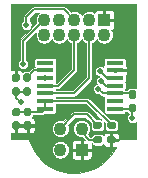
<source format=gbr>
%TF.GenerationSoftware,KiCad,Pcbnew,(5.1.8)-1*%
%TF.CreationDate,2021-09-09T14:13:13-04:00*%
%TF.ProjectId,IR_TEMP_V1,49525f54-454d-4505-9f56-312e6b696361,rev?*%
%TF.SameCoordinates,Original*%
%TF.FileFunction,Copper,L1,Top*%
%TF.FilePolarity,Positive*%
%FSLAX46Y46*%
G04 Gerber Fmt 4.6, Leading zero omitted, Abs format (unit mm)*
G04 Created by KiCad (PCBNEW (5.1.8)-1) date 2021-09-09 14:13:13*
%MOMM*%
%LPD*%
G01*
G04 APERTURE LIST*
%TA.AperFunction,ComponentPad*%
%ADD10C,1.100000*%
%TD*%
%TA.AperFunction,ComponentPad*%
%ADD11R,1.100000X1.100000*%
%TD*%
%TA.AperFunction,SMDPad,CuDef*%
%ADD12R,1.475000X0.450000*%
%TD*%
%TA.AperFunction,ViaPad*%
%ADD13C,0.508000*%
%TD*%
%TA.AperFunction,Conductor*%
%ADD14C,0.152400*%
%TD*%
%TA.AperFunction,Conductor*%
%ADD15C,0.076200*%
%TD*%
%TA.AperFunction,Conductor*%
%ADD16C,0.100000*%
%TD*%
G04 APERTURE END LIST*
D10*
%TO.P,U1,4*%
%TO.N,/CMOUT*%
X183648022Y-60731978D03*
%TO.P,U1,3*%
%TO.N,/Thermistor*%
X181851978Y-60731978D03*
%TO.P,U1,2*%
%TO.N,Net-(C3-Pad2)*%
X181851978Y-62528022D03*
D11*
%TO.P,U1,1*%
%TO.N,GND*%
X183648022Y-62528022D03*
%TD*%
%TO.P,R2,2*%
%TO.N,Net-(IC1-Pad9)*%
%TA.AperFunction,SMDPad,CuDef*%
G36*
G01*
X179200000Y-56770000D02*
X178880000Y-56770000D01*
G75*
G02*
X178720000Y-56610000I0J160000D01*
G01*
X178720000Y-56215000D01*
G75*
G02*
X178880000Y-56055000I160000J0D01*
G01*
X179200000Y-56055000D01*
G75*
G02*
X179360000Y-56215000I0J-160000D01*
G01*
X179360000Y-56610000D01*
G75*
G02*
X179200000Y-56770000I-160000J0D01*
G01*
G37*
%TD.AperFunction*%
%TO.P,R2,1*%
%TO.N,/Temp_A*%
%TA.AperFunction,SMDPad,CuDef*%
G36*
G01*
X179200000Y-57965000D02*
X178880000Y-57965000D01*
G75*
G02*
X178720000Y-57805000I0J160000D01*
G01*
X178720000Y-57410000D01*
G75*
G02*
X178880000Y-57250000I160000J0D01*
G01*
X179200000Y-57250000D01*
G75*
G02*
X179360000Y-57410000I0J-160000D01*
G01*
X179360000Y-57805000D01*
G75*
G02*
X179200000Y-57965000I-160000J0D01*
G01*
G37*
%TD.AperFunction*%
%TD*%
%TO.P,R1,2*%
%TO.N,/Thermistor*%
%TA.AperFunction,SMDPad,CuDef*%
G36*
G01*
X185350000Y-60300000D02*
X185350000Y-60620000D01*
G75*
G02*
X185190000Y-60780000I-160000J0D01*
G01*
X184795000Y-60780000D01*
G75*
G02*
X184635000Y-60620000I0J160000D01*
G01*
X184635000Y-60300000D01*
G75*
G02*
X184795000Y-60140000I160000J0D01*
G01*
X185190000Y-60140000D01*
G75*
G02*
X185350000Y-60300000I0J-160000D01*
G01*
G37*
%TD.AperFunction*%
%TO.P,R1,1*%
%TO.N,+3V3*%
%TA.AperFunction,SMDPad,CuDef*%
G36*
G01*
X186545000Y-60300000D02*
X186545000Y-60620000D01*
G75*
G02*
X186385000Y-60780000I-160000J0D01*
G01*
X185990000Y-60780000D01*
G75*
G02*
X185830000Y-60620000I0J160000D01*
G01*
X185830000Y-60300000D01*
G75*
G02*
X185990000Y-60140000I160000J0D01*
G01*
X186385000Y-60140000D01*
G75*
G02*
X186545000Y-60300000I0J-160000D01*
G01*
G37*
%TD.AperFunction*%
%TD*%
D10*
%TO.P,J1,10*%
%TO.N,N/C*%
X180490000Y-52800000D03*
%TO.P,J1,9*%
%TO.N,+3V3*%
X180490000Y-51530000D03*
%TO.P,J1,8*%
%TO.N,N/C*%
X181760000Y-52800000D03*
%TO.P,J1,7*%
%TO.N,/Temp_A*%
X181760000Y-51530000D03*
%TO.P,J1,6*%
%TO.N,/SCLK*%
X183030000Y-52800000D03*
%TO.P,J1,5*%
%TO.N,/SPICS*%
X183030000Y-51530000D03*
%TO.P,J1,4*%
%TO.N,/MOSI*%
X184300000Y-52800000D03*
%TO.P,J1,3*%
%TO.N,N/C*%
X184300000Y-51530000D03*
%TO.P,J1,2*%
X185570000Y-52800000D03*
D11*
%TO.P,J1,1*%
%TO.N,GND*%
X185570000Y-51530000D03*
%TD*%
D12*
%TO.P,IC1,14*%
%TO.N,+3V3*%
X180572000Y-59060000D03*
%TO.P,IC1,13*%
X180572000Y-58410000D03*
%TO.P,IC1,12*%
%TO.N,/MOSI*%
X180572000Y-57760000D03*
%TO.P,IC1,11*%
%TO.N,/SCLK*%
X180572000Y-57110000D03*
%TO.P,IC1,10*%
%TO.N,/SPICS*%
X180572000Y-56460000D03*
%TO.P,IC1,9*%
%TO.N,Net-(IC1-Pad9)*%
X180572000Y-55810000D03*
%TO.P,IC1,8*%
%TO.N,N/C*%
X180572000Y-55160000D03*
%TO.P,IC1,7*%
X186448000Y-55160000D03*
%TO.P,IC1,6*%
%TO.N,GND*%
X186448000Y-55810000D03*
%TO.P,IC1,5*%
%TO.N,/A1*%
X186448000Y-56460000D03*
%TO.P,IC1,4*%
%TO.N,/A0*%
X186448000Y-57110000D03*
%TO.P,IC1,3*%
%TO.N,/CMOUT*%
X186448000Y-57760000D03*
%TO.P,IC1,2*%
%TO.N,N/C*%
X186448000Y-58410000D03*
%TO.P,IC1,1*%
%TO.N,Net-(C3-Pad2)*%
X186448000Y-59060000D03*
%TD*%
%TO.P,C5,2*%
%TO.N,GND*%
%TA.AperFunction,SMDPad,CuDef*%
G36*
G01*
X178245000Y-56810000D02*
X177935000Y-56810000D01*
G75*
G02*
X177780000Y-56655000I0J155000D01*
G01*
X177780000Y-56230000D01*
G75*
G02*
X177935000Y-56075000I155000J0D01*
G01*
X178245000Y-56075000D01*
G75*
G02*
X178400000Y-56230000I0J-155000D01*
G01*
X178400000Y-56655000D01*
G75*
G02*
X178245000Y-56810000I-155000J0D01*
G01*
G37*
%TD.AperFunction*%
%TO.P,C5,1*%
%TO.N,/Temp_A*%
%TA.AperFunction,SMDPad,CuDef*%
G36*
G01*
X178245000Y-57945000D02*
X177935000Y-57945000D01*
G75*
G02*
X177780000Y-57790000I0J155000D01*
G01*
X177780000Y-57365000D01*
G75*
G02*
X177935000Y-57210000I155000J0D01*
G01*
X178245000Y-57210000D01*
G75*
G02*
X178400000Y-57365000I0J-155000D01*
G01*
X178400000Y-57790000D01*
G75*
G02*
X178245000Y-57945000I-155000J0D01*
G01*
G37*
%TD.AperFunction*%
%TD*%
%TO.P,C4,2*%
%TO.N,/CMOUT*%
%TA.AperFunction,SMDPad,CuDef*%
G36*
G01*
X185390000Y-61525000D02*
X185390000Y-61835000D01*
G75*
G02*
X185235000Y-61990000I-155000J0D01*
G01*
X184810000Y-61990000D01*
G75*
G02*
X184655000Y-61835000I0J155000D01*
G01*
X184655000Y-61525000D01*
G75*
G02*
X184810000Y-61370000I155000J0D01*
G01*
X185235000Y-61370000D01*
G75*
G02*
X185390000Y-61525000I0J-155000D01*
G01*
G37*
%TD.AperFunction*%
%TO.P,C4,1*%
%TO.N,GND*%
%TA.AperFunction,SMDPad,CuDef*%
G36*
G01*
X186525000Y-61525000D02*
X186525000Y-61835000D01*
G75*
G02*
X186370000Y-61990000I-155000J0D01*
G01*
X185945000Y-61990000D01*
G75*
G02*
X185790000Y-61835000I0J155000D01*
G01*
X185790000Y-61525000D01*
G75*
G02*
X185945000Y-61370000I155000J0D01*
G01*
X186370000Y-61370000D01*
G75*
G02*
X186525000Y-61525000I0J-155000D01*
G01*
G37*
%TD.AperFunction*%
%TD*%
%TO.P,C3,2*%
%TO.N,Net-(C3-Pad2)*%
%TA.AperFunction,SMDPad,CuDef*%
G36*
G01*
X187805000Y-58610000D02*
X188115000Y-58610000D01*
G75*
G02*
X188270000Y-58765000I0J-155000D01*
G01*
X188270000Y-59190000D01*
G75*
G02*
X188115000Y-59345000I-155000J0D01*
G01*
X187805000Y-59345000D01*
G75*
G02*
X187650000Y-59190000I0J155000D01*
G01*
X187650000Y-58765000D01*
G75*
G02*
X187805000Y-58610000I155000J0D01*
G01*
G37*
%TD.AperFunction*%
%TO.P,C3,1*%
%TO.N,/CMOUT*%
%TA.AperFunction,SMDPad,CuDef*%
G36*
G01*
X187805000Y-57475000D02*
X188115000Y-57475000D01*
G75*
G02*
X188270000Y-57630000I0J-155000D01*
G01*
X188270000Y-58055000D01*
G75*
G02*
X188115000Y-58210000I-155000J0D01*
G01*
X187805000Y-58210000D01*
G75*
G02*
X187650000Y-58055000I0J155000D01*
G01*
X187650000Y-57630000D01*
G75*
G02*
X187805000Y-57475000I155000J0D01*
G01*
G37*
%TD.AperFunction*%
%TD*%
%TO.P,C2,2*%
%TO.N,+3V3*%
%TA.AperFunction,SMDPad,CuDef*%
G36*
G01*
X179235000Y-59700000D02*
X178925000Y-59700000D01*
G75*
G02*
X178770000Y-59545000I0J155000D01*
G01*
X178770000Y-59120000D01*
G75*
G02*
X178925000Y-58965000I155000J0D01*
G01*
X179235000Y-58965000D01*
G75*
G02*
X179390000Y-59120000I0J-155000D01*
G01*
X179390000Y-59545000D01*
G75*
G02*
X179235000Y-59700000I-155000J0D01*
G01*
G37*
%TD.AperFunction*%
%TO.P,C2,1*%
%TO.N,GND*%
%TA.AperFunction,SMDPad,CuDef*%
G36*
G01*
X179235000Y-60835000D02*
X178925000Y-60835000D01*
G75*
G02*
X178770000Y-60680000I0J155000D01*
G01*
X178770000Y-60255000D01*
G75*
G02*
X178925000Y-60100000I155000J0D01*
G01*
X179235000Y-60100000D01*
G75*
G02*
X179390000Y-60255000I0J-155000D01*
G01*
X179390000Y-60680000D01*
G75*
G02*
X179235000Y-60835000I-155000J0D01*
G01*
G37*
%TD.AperFunction*%
%TD*%
%TO.P,C1,2*%
%TO.N,+3V3*%
%TA.AperFunction,SMDPad,CuDef*%
G36*
G01*
X178265000Y-59700000D02*
X177955000Y-59700000D01*
G75*
G02*
X177800000Y-59545000I0J155000D01*
G01*
X177800000Y-59120000D01*
G75*
G02*
X177955000Y-58965000I155000J0D01*
G01*
X178265000Y-58965000D01*
G75*
G02*
X178420000Y-59120000I0J-155000D01*
G01*
X178420000Y-59545000D01*
G75*
G02*
X178265000Y-59700000I-155000J0D01*
G01*
G37*
%TD.AperFunction*%
%TO.P,C1,1*%
%TO.N,GND*%
%TA.AperFunction,SMDPad,CuDef*%
G36*
G01*
X178265000Y-60835000D02*
X177955000Y-60835000D01*
G75*
G02*
X177800000Y-60680000I0J155000D01*
G01*
X177800000Y-60255000D01*
G75*
G02*
X177955000Y-60100000I155000J0D01*
G01*
X178265000Y-60100000D01*
G75*
G02*
X178420000Y-60255000I0J-155000D01*
G01*
X178420000Y-60680000D01*
G75*
G02*
X178265000Y-60835000I-155000J0D01*
G01*
G37*
%TD.AperFunction*%
%TD*%
D13*
%TO.N,+3V3*%
X178690000Y-55270000D03*
X178110000Y-59332500D03*
%TO.N,GND*%
X183650000Y-53840000D03*
X183660000Y-54600000D03*
X187360000Y-50920000D03*
X187340000Y-53520000D03*
X180670000Y-61560000D03*
X185720000Y-62810000D03*
X178080000Y-50570000D03*
X187920000Y-61170000D03*
%TO.N,Net-(C3-Pad2)*%
X187960000Y-59830000D03*
%TO.N,/CMOUT*%
X185070000Y-57370000D03*
%TO.N,/Temp_A*%
X178480000Y-58500000D03*
%TO.N,/A1*%
X185220000Y-55880000D03*
%TO.N,/SPICS*%
X178980000Y-51960000D03*
X180572000Y-56460000D03*
%TO.N,/A0*%
X185300000Y-56720000D03*
%TD*%
D14*
%TO.N,+3V3*%
X180572000Y-58410000D02*
X180572000Y-59060000D01*
X184137500Y-58410000D02*
X180572000Y-58410000D01*
X186187500Y-60460000D02*
X184137500Y-58410000D01*
X178110000Y-59332500D02*
X179080000Y-59332500D01*
X180299500Y-59332500D02*
X180572000Y-59060000D01*
X179080000Y-59332500D02*
X180299500Y-59332500D01*
X178690000Y-53330000D02*
X178690000Y-55270000D01*
X180490000Y-51530000D02*
X178690000Y-53330000D01*
%TO.N,Net-(C3-Pad2)*%
X187877500Y-59060000D02*
X187960000Y-58977500D01*
X186448000Y-59060000D02*
X187877500Y-59060000D01*
X187960000Y-58977500D02*
X187960000Y-59830000D01*
%TO.N,/CMOUT*%
X184270000Y-61680000D02*
X185022500Y-61680000D01*
X183648022Y-61058022D02*
X184270000Y-61680000D01*
X187877500Y-57760000D02*
X187960000Y-57842500D01*
X186448000Y-57760000D02*
X187877500Y-57760000D01*
X185460000Y-57760000D02*
X185070000Y-57370000D01*
X186448000Y-57760000D02*
X185460000Y-57760000D01*
%TO.N,/Temp_A*%
X178120000Y-57607500D02*
X178090000Y-57577500D01*
X179040000Y-57607500D02*
X178120000Y-57607500D01*
X178090000Y-58110000D02*
X178480000Y-58500000D01*
X178090000Y-57577500D02*
X178090000Y-58110000D01*
%TO.N,/A1*%
X185800000Y-56460000D02*
X186448000Y-56460000D01*
X185220000Y-55880000D02*
X185800000Y-56460000D01*
%TO.N,/MOSI*%
X180572000Y-57760000D02*
X183010000Y-57760000D01*
X184300000Y-56470000D02*
X183010000Y-57760000D01*
X184300000Y-52800000D02*
X184300000Y-56470000D01*
%TO.N,/SCLK*%
X180572000Y-57110000D02*
X181680834Y-57110000D01*
X183030000Y-55760834D02*
X183030000Y-52800000D01*
X181680834Y-57110000D02*
X183030000Y-55760834D01*
%TO.N,/SPICS*%
X180572000Y-56460000D02*
X180572000Y-56460000D01*
X178980000Y-51960000D02*
X178980000Y-51300000D01*
X178980000Y-51300000D02*
X179630000Y-50650000D01*
X182150000Y-50650000D02*
X183030000Y-51530000D01*
X179630000Y-50650000D02*
X182150000Y-50650000D01*
%TO.N,Net-(IC1-Pad9)*%
X179642500Y-55810000D02*
X179040000Y-56412500D01*
X180572000Y-55810000D02*
X179642500Y-55810000D01*
%TO.N,/A0*%
X185690000Y-57110000D02*
X186448000Y-57110000D01*
X185300000Y-56720000D02*
X185690000Y-57110000D01*
%TO.N,/Thermistor*%
X181851978Y-60731978D02*
X183043956Y-59540000D01*
X184072500Y-59540000D02*
X184992500Y-60460000D01*
X183043956Y-59540000D02*
X184072500Y-59540000D01*
%TD*%
D15*
%TO.N,GND*%
X188284501Y-57329689D02*
X188247570Y-57309949D01*
X188182583Y-57290235D01*
X188115000Y-57283579D01*
X187805000Y-57283579D01*
X187737417Y-57290235D01*
X187672430Y-57309949D01*
X187612539Y-57341961D01*
X187560043Y-57385043D01*
X187516961Y-57437539D01*
X187487157Y-57493300D01*
X187371922Y-57493300D01*
X187362350Y-57461746D01*
X187348054Y-57435000D01*
X187362350Y-57408254D01*
X187373243Y-57372344D01*
X187376921Y-57335000D01*
X187376921Y-56885000D01*
X187373243Y-56847656D01*
X187362350Y-56811746D01*
X187348054Y-56785000D01*
X187362350Y-56758254D01*
X187373243Y-56722344D01*
X187376921Y-56685000D01*
X187376921Y-56255778D01*
X187393045Y-56242545D01*
X187429547Y-56198067D01*
X187456671Y-56147323D01*
X187473373Y-56092262D01*
X187479013Y-56035000D01*
X187477600Y-55971925D01*
X187404575Y-55898900D01*
X186536900Y-55898900D01*
X186536900Y-55918900D01*
X186359100Y-55918900D01*
X186359100Y-55898900D01*
X186339100Y-55898900D01*
X186339100Y-55721100D01*
X186359100Y-55721100D01*
X186359100Y-55701100D01*
X186536900Y-55701100D01*
X186536900Y-55721100D01*
X187404575Y-55721100D01*
X187477600Y-55648075D01*
X187479013Y-55585000D01*
X187473373Y-55527738D01*
X187456671Y-55472677D01*
X187429547Y-55421933D01*
X187393045Y-55377455D01*
X187376921Y-55364222D01*
X187376921Y-54935000D01*
X187373243Y-54897656D01*
X187362350Y-54861746D01*
X187344661Y-54828652D01*
X187320855Y-54799645D01*
X187291848Y-54775839D01*
X187258754Y-54758150D01*
X187222844Y-54747257D01*
X187185500Y-54743579D01*
X185710500Y-54743579D01*
X185673156Y-54747257D01*
X185637246Y-54758150D01*
X185604152Y-54775839D01*
X185575145Y-54799645D01*
X185551339Y-54828652D01*
X185533650Y-54861746D01*
X185522757Y-54897656D01*
X185519079Y-54935000D01*
X185519079Y-55364222D01*
X185502955Y-55377455D01*
X185466453Y-55421933D01*
X185439329Y-55472677D01*
X185434467Y-55488706D01*
X185430550Y-55486089D01*
X185349656Y-55452582D01*
X185263779Y-55435500D01*
X185176221Y-55435500D01*
X185090344Y-55452582D01*
X185009450Y-55486089D01*
X184936648Y-55534734D01*
X184874734Y-55596648D01*
X184826089Y-55669450D01*
X184792582Y-55750344D01*
X184775500Y-55836221D01*
X184775500Y-55923779D01*
X184792582Y-56009656D01*
X184826089Y-56090550D01*
X184874734Y-56163352D01*
X184936648Y-56225266D01*
X185009450Y-56273911D01*
X185090344Y-56307418D01*
X185120192Y-56313355D01*
X185089450Y-56326089D01*
X185016648Y-56374734D01*
X184954734Y-56436648D01*
X184906089Y-56509450D01*
X184872582Y-56590344D01*
X184855500Y-56676221D01*
X184855500Y-56763779D01*
X184872582Y-56849656D01*
X184906089Y-56930550D01*
X184919811Y-56951087D01*
X184859450Y-56976089D01*
X184786648Y-57024734D01*
X184724734Y-57086648D01*
X184676089Y-57159450D01*
X184642582Y-57240344D01*
X184625500Y-57326221D01*
X184625500Y-57413779D01*
X184642582Y-57499656D01*
X184676089Y-57580550D01*
X184724734Y-57653352D01*
X184786648Y-57715266D01*
X184859450Y-57763911D01*
X184940344Y-57797418D01*
X185026221Y-57814500D01*
X185113779Y-57814500D01*
X185133423Y-57810593D01*
X185262146Y-57939316D01*
X185270502Y-57949498D01*
X185311113Y-57982826D01*
X185357445Y-58007590D01*
X185407718Y-58022841D01*
X185446902Y-58026700D01*
X185446903Y-58026700D01*
X185459999Y-58027990D01*
X185473095Y-58026700D01*
X185524078Y-58026700D01*
X185533650Y-58058254D01*
X185547946Y-58085000D01*
X185533650Y-58111746D01*
X185522757Y-58147656D01*
X185519079Y-58185000D01*
X185519079Y-58635000D01*
X185522757Y-58672344D01*
X185533650Y-58708254D01*
X185547946Y-58735000D01*
X185533650Y-58761746D01*
X185522757Y-58797656D01*
X185519079Y-58835000D01*
X185519079Y-59285000D01*
X185522757Y-59322344D01*
X185533650Y-59358254D01*
X185551339Y-59391348D01*
X185575145Y-59420355D01*
X185604152Y-59444161D01*
X185637246Y-59461850D01*
X185673156Y-59472743D01*
X185710500Y-59476421D01*
X187185500Y-59476421D01*
X187222844Y-59472743D01*
X187258754Y-59461850D01*
X187291848Y-59444161D01*
X187320855Y-59420355D01*
X187344661Y-59391348D01*
X187362350Y-59358254D01*
X187371922Y-59326700D01*
X187487157Y-59326700D01*
X187516961Y-59382461D01*
X187560043Y-59434957D01*
X187612539Y-59478039D01*
X187658680Y-59502702D01*
X187614734Y-59546648D01*
X187566089Y-59619450D01*
X187532582Y-59700344D01*
X187515500Y-59786221D01*
X187515500Y-59873779D01*
X187532582Y-59959656D01*
X187566089Y-60040550D01*
X187614734Y-60113352D01*
X187676648Y-60175266D01*
X187749450Y-60223911D01*
X187830344Y-60257418D01*
X187916221Y-60274500D01*
X188003779Y-60274500D01*
X188089656Y-60257418D01*
X188170550Y-60223911D01*
X188243352Y-60175266D01*
X188284501Y-60134117D01*
X188284501Y-61584501D01*
X186989419Y-61584501D01*
X186957753Y-61587620D01*
X186917131Y-61599942D01*
X186879694Y-61619953D01*
X186846880Y-61646883D01*
X186819950Y-61679697D01*
X186799939Y-61717134D01*
X186797100Y-61726493D01*
X186768707Y-61793532D01*
X186744075Y-61768900D01*
X186246400Y-61768900D01*
X186246400Y-62209075D01*
X186319425Y-62282100D01*
X186525000Y-62283513D01*
X186562762Y-62279794D01*
X186490832Y-62449630D01*
X186055373Y-63091494D01*
X185503542Y-63636547D01*
X184856349Y-64064039D01*
X184138446Y-64357682D01*
X183377178Y-64506291D01*
X182601549Y-64504206D01*
X181841093Y-64351505D01*
X181124785Y-64054008D01*
X180479900Y-63623045D01*
X179931005Y-63075030D01*
X179515269Y-62455089D01*
X181111478Y-62455089D01*
X181111478Y-62600955D01*
X181139935Y-62744018D01*
X181195755Y-62878780D01*
X181276794Y-63000063D01*
X181379937Y-63103206D01*
X181501220Y-63184245D01*
X181635982Y-63240065D01*
X181779045Y-63268522D01*
X181924911Y-63268522D01*
X182067974Y-63240065D01*
X182202736Y-63184245D01*
X182324019Y-63103206D01*
X182349203Y-63078022D01*
X182804509Y-63078022D01*
X182810149Y-63135284D01*
X182826851Y-63190345D01*
X182853975Y-63241089D01*
X182890477Y-63285567D01*
X182934955Y-63322069D01*
X182985699Y-63349193D01*
X183040760Y-63365895D01*
X183098022Y-63371535D01*
X183486097Y-63370122D01*
X183559122Y-63297097D01*
X183559122Y-62616922D01*
X183736922Y-62616922D01*
X183736922Y-63297097D01*
X183809947Y-63370122D01*
X184198022Y-63371535D01*
X184255284Y-63365895D01*
X184310345Y-63349193D01*
X184361089Y-63322069D01*
X184405567Y-63285567D01*
X184442069Y-63241089D01*
X184469193Y-63190345D01*
X184485895Y-63135284D01*
X184491535Y-63078022D01*
X184490122Y-62689947D01*
X184417097Y-62616922D01*
X183736922Y-62616922D01*
X183559122Y-62616922D01*
X182878947Y-62616922D01*
X182805922Y-62689947D01*
X182804509Y-63078022D01*
X182349203Y-63078022D01*
X182427162Y-63000063D01*
X182508201Y-62878780D01*
X182564021Y-62744018D01*
X182592478Y-62600955D01*
X182592478Y-62455089D01*
X182564021Y-62312026D01*
X182508201Y-62177264D01*
X182427162Y-62055981D01*
X182349203Y-61978022D01*
X182804509Y-61978022D01*
X182805922Y-62366097D01*
X182878947Y-62439122D01*
X183559122Y-62439122D01*
X183559122Y-61758947D01*
X183486097Y-61685922D01*
X183098022Y-61684509D01*
X183040760Y-61690149D01*
X182985699Y-61706851D01*
X182934955Y-61733975D01*
X182890477Y-61770477D01*
X182853975Y-61814955D01*
X182826851Y-61865699D01*
X182810149Y-61920760D01*
X182804509Y-61978022D01*
X182349203Y-61978022D01*
X182324019Y-61952838D01*
X182202736Y-61871799D01*
X182067974Y-61815979D01*
X181924911Y-61787522D01*
X181779045Y-61787522D01*
X181635982Y-61815979D01*
X181501220Y-61871799D01*
X181379937Y-61952838D01*
X181276794Y-62055981D01*
X181195755Y-62177264D01*
X181139935Y-62312026D01*
X181111478Y-62455089D01*
X179515269Y-62455089D01*
X179498843Y-62430595D01*
X179202981Y-61726764D01*
X179200059Y-61717133D01*
X179180048Y-61679696D01*
X179153118Y-61646882D01*
X179120304Y-61619952D01*
X179082867Y-61599941D01*
X179042245Y-61587619D01*
X179010579Y-61584500D01*
X179000010Y-61584500D01*
X179000000Y-61584499D01*
X178999990Y-61584500D01*
X177715500Y-61584500D01*
X177715500Y-61114611D01*
X177742738Y-61122873D01*
X177800000Y-61128513D01*
X177948075Y-61127100D01*
X178021100Y-61054075D01*
X178021100Y-60556400D01*
X178198900Y-60556400D01*
X178198900Y-61054075D01*
X178271925Y-61127100D01*
X178420000Y-61128513D01*
X178477262Y-61122873D01*
X178532323Y-61106171D01*
X178583067Y-61079047D01*
X178595000Y-61069254D01*
X178606933Y-61079047D01*
X178657677Y-61106171D01*
X178712738Y-61122873D01*
X178770000Y-61128513D01*
X178918075Y-61127100D01*
X178991100Y-61054075D01*
X178991100Y-60556400D01*
X179168900Y-60556400D01*
X179168900Y-61054075D01*
X179241925Y-61127100D01*
X179390000Y-61128513D01*
X179447262Y-61122873D01*
X179502323Y-61106171D01*
X179553067Y-61079047D01*
X179597545Y-61042545D01*
X179634047Y-60998067D01*
X179661171Y-60947323D01*
X179677873Y-60892262D01*
X179683513Y-60835000D01*
X179682100Y-60629425D01*
X179609075Y-60556400D01*
X179168900Y-60556400D01*
X178991100Y-60556400D01*
X178198900Y-60556400D01*
X178021100Y-60556400D01*
X178001100Y-60556400D01*
X178001100Y-60378600D01*
X178021100Y-60378600D01*
X178021100Y-60358600D01*
X178198900Y-60358600D01*
X178198900Y-60378600D01*
X178991100Y-60378600D01*
X178991100Y-60358600D01*
X179168900Y-60358600D01*
X179168900Y-60378600D01*
X179609075Y-60378600D01*
X179682100Y-60305575D01*
X179683513Y-60100000D01*
X179677873Y-60042738D01*
X179661171Y-59987677D01*
X179634047Y-59936933D01*
X179597545Y-59892455D01*
X179553067Y-59855953D01*
X179502323Y-59828829D01*
X179451410Y-59813385D01*
X179479957Y-59789957D01*
X179523039Y-59737461D01*
X179555051Y-59677570D01*
X179574765Y-59612583D01*
X179576083Y-59599200D01*
X180286404Y-59599200D01*
X180299500Y-59600490D01*
X180312596Y-59599200D01*
X180312598Y-59599200D01*
X180351782Y-59595341D01*
X180402055Y-59580090D01*
X180448387Y-59555326D01*
X180488998Y-59521998D01*
X180497354Y-59511816D01*
X180532749Y-59476421D01*
X181309500Y-59476421D01*
X181346844Y-59472743D01*
X181382754Y-59461850D01*
X181415848Y-59444161D01*
X181444855Y-59420355D01*
X181468661Y-59391348D01*
X181486350Y-59358254D01*
X181497243Y-59322344D01*
X181500921Y-59285000D01*
X181500921Y-58835000D01*
X181497243Y-58797656D01*
X181486350Y-58761746D01*
X181472054Y-58735000D01*
X181486350Y-58708254D01*
X181495922Y-58676700D01*
X184027030Y-58676700D01*
X185327008Y-59976679D01*
X185324483Y-59975329D01*
X185258559Y-59955331D01*
X185190000Y-59948579D01*
X184858250Y-59948579D01*
X184270354Y-59360684D01*
X184261998Y-59350502D01*
X184221387Y-59317174D01*
X184175055Y-59292410D01*
X184124782Y-59277159D01*
X184085598Y-59273300D01*
X184085596Y-59273300D01*
X184072500Y-59272010D01*
X184059404Y-59273300D01*
X183057051Y-59273300D01*
X183043955Y-59272010D01*
X183030859Y-59273300D01*
X183030858Y-59273300D01*
X182991674Y-59277159D01*
X182941401Y-59292410D01*
X182913002Y-59307589D01*
X182895067Y-59317175D01*
X182883461Y-59326700D01*
X182854458Y-59350502D01*
X182846106Y-59360679D01*
X182152033Y-60054753D01*
X182067974Y-60019935D01*
X181924911Y-59991478D01*
X181779045Y-59991478D01*
X181635982Y-60019935D01*
X181501220Y-60075755D01*
X181379937Y-60156794D01*
X181276794Y-60259937D01*
X181195755Y-60381220D01*
X181139935Y-60515982D01*
X181111478Y-60659045D01*
X181111478Y-60804911D01*
X181139935Y-60947974D01*
X181195755Y-61082736D01*
X181276794Y-61204019D01*
X181379937Y-61307162D01*
X181501220Y-61388201D01*
X181635982Y-61444021D01*
X181779045Y-61472478D01*
X181924911Y-61472478D01*
X182067974Y-61444021D01*
X182202736Y-61388201D01*
X182324019Y-61307162D01*
X182427162Y-61204019D01*
X182508201Y-61082736D01*
X182564021Y-60947974D01*
X182592478Y-60804911D01*
X182592478Y-60659045D01*
X182907522Y-60659045D01*
X182907522Y-60804911D01*
X182935979Y-60947974D01*
X182991799Y-61082736D01*
X183072838Y-61204019D01*
X183175981Y-61307162D01*
X183297264Y-61388201D01*
X183432026Y-61444021D01*
X183575089Y-61472478D01*
X183685308Y-61472478D01*
X183898429Y-61685600D01*
X183809947Y-61685922D01*
X183736922Y-61758947D01*
X183736922Y-62439122D01*
X184417097Y-62439122D01*
X184490122Y-62366097D01*
X184491535Y-61978022D01*
X184490631Y-61968846D01*
X184521961Y-62027461D01*
X184565043Y-62079957D01*
X184617539Y-62123039D01*
X184677430Y-62155051D01*
X184742417Y-62174765D01*
X184810000Y-62181421D01*
X185235000Y-62181421D01*
X185302583Y-62174765D01*
X185367570Y-62155051D01*
X185427461Y-62123039D01*
X185479957Y-62079957D01*
X185503385Y-62051410D01*
X185518829Y-62102323D01*
X185545953Y-62153067D01*
X185582455Y-62197545D01*
X185626933Y-62234047D01*
X185677677Y-62261171D01*
X185732738Y-62277873D01*
X185790000Y-62283513D01*
X185995575Y-62282100D01*
X186068600Y-62209075D01*
X186068600Y-61768900D01*
X186048600Y-61768900D01*
X186048600Y-61591100D01*
X186068600Y-61591100D01*
X186068600Y-61150925D01*
X186246400Y-61150925D01*
X186246400Y-61591100D01*
X186744075Y-61591100D01*
X186817100Y-61518075D01*
X186818513Y-61370000D01*
X186812873Y-61312738D01*
X186796171Y-61257677D01*
X186769047Y-61206933D01*
X186732545Y-61162455D01*
X186688067Y-61125953D01*
X186637323Y-61098829D01*
X186582262Y-61082127D01*
X186525000Y-61076487D01*
X186319425Y-61077900D01*
X186246400Y-61150925D01*
X186068600Y-61150925D01*
X185995575Y-61077900D01*
X185790000Y-61076487D01*
X185732738Y-61082127D01*
X185677677Y-61098829D01*
X185626933Y-61125953D01*
X185582455Y-61162455D01*
X185545953Y-61206933D01*
X185518829Y-61257677D01*
X185503385Y-61308590D01*
X185479957Y-61280043D01*
X185427461Y-61236961D01*
X185367570Y-61204949D01*
X185302583Y-61185235D01*
X185235000Y-61178579D01*
X184810000Y-61178579D01*
X184742417Y-61185235D01*
X184677430Y-61204949D01*
X184617539Y-61236961D01*
X184565043Y-61280043D01*
X184521961Y-61332539D01*
X184489949Y-61392430D01*
X184483618Y-61413300D01*
X184380471Y-61413300D01*
X184197198Y-61230027D01*
X184223206Y-61204019D01*
X184304245Y-61082736D01*
X184360065Y-60947974D01*
X184388522Y-60804911D01*
X184388522Y-60659045D01*
X184360065Y-60515982D01*
X184304245Y-60381220D01*
X184223206Y-60259937D01*
X184120063Y-60156794D01*
X183998780Y-60075755D01*
X183864018Y-60019935D01*
X183720955Y-59991478D01*
X183575089Y-59991478D01*
X183432026Y-60019935D01*
X183297264Y-60075755D01*
X183175981Y-60156794D01*
X183072838Y-60259937D01*
X182991799Y-60381220D01*
X182935979Y-60515982D01*
X182907522Y-60659045D01*
X182592478Y-60659045D01*
X182564021Y-60515982D01*
X182529203Y-60431923D01*
X183154427Y-59806700D01*
X183962030Y-59806700D01*
X184444632Y-60289303D01*
X184443579Y-60300000D01*
X184443579Y-60620000D01*
X184450331Y-60688559D01*
X184470329Y-60754483D01*
X184502804Y-60815239D01*
X184546508Y-60868492D01*
X184599761Y-60912196D01*
X184660517Y-60944671D01*
X184726441Y-60964669D01*
X184795000Y-60971421D01*
X185190000Y-60971421D01*
X185258559Y-60964669D01*
X185324483Y-60944671D01*
X185385239Y-60912196D01*
X185438492Y-60868492D01*
X185482196Y-60815239D01*
X185514671Y-60754483D01*
X185534669Y-60688559D01*
X185541421Y-60620000D01*
X185541421Y-60300000D01*
X185534669Y-60231441D01*
X185514671Y-60165517D01*
X185513321Y-60162992D01*
X185639632Y-60289303D01*
X185638579Y-60300000D01*
X185638579Y-60620000D01*
X185645331Y-60688559D01*
X185665329Y-60754483D01*
X185697804Y-60815239D01*
X185741508Y-60868492D01*
X185794761Y-60912196D01*
X185855517Y-60944671D01*
X185921441Y-60964669D01*
X185990000Y-60971421D01*
X186385000Y-60971421D01*
X186453559Y-60964669D01*
X186519483Y-60944671D01*
X186580239Y-60912196D01*
X186633492Y-60868492D01*
X186677196Y-60815239D01*
X186709671Y-60754483D01*
X186729669Y-60688559D01*
X186736421Y-60620000D01*
X186736421Y-60300000D01*
X186729669Y-60231441D01*
X186709671Y-60165517D01*
X186677196Y-60104761D01*
X186633492Y-60051508D01*
X186580239Y-60007804D01*
X186519483Y-59975329D01*
X186453559Y-59955331D01*
X186385000Y-59948579D01*
X186053250Y-59948579D01*
X184335354Y-58230684D01*
X184326998Y-58220502D01*
X184286387Y-58187174D01*
X184240055Y-58162410D01*
X184189782Y-58147159D01*
X184150598Y-58143300D01*
X184150596Y-58143300D01*
X184137500Y-58142010D01*
X184124404Y-58143300D01*
X181495922Y-58143300D01*
X181486350Y-58111746D01*
X181472054Y-58085000D01*
X181486350Y-58058254D01*
X181495922Y-58026700D01*
X182996904Y-58026700D01*
X183010000Y-58027990D01*
X183023096Y-58026700D01*
X183023098Y-58026700D01*
X183062282Y-58022841D01*
X183112555Y-58007590D01*
X183158887Y-57982826D01*
X183199498Y-57949498D01*
X183207854Y-57939316D01*
X184479321Y-56667850D01*
X184489498Y-56659498D01*
X184510109Y-56634383D01*
X184522825Y-56618889D01*
X184530556Y-56604425D01*
X184547590Y-56572555D01*
X184562841Y-56522282D01*
X184566700Y-56483098D01*
X184566700Y-56483097D01*
X184567990Y-56470001D01*
X184566700Y-56456905D01*
X184566700Y-53491041D01*
X184650758Y-53456223D01*
X184772041Y-53375184D01*
X184875184Y-53272041D01*
X184935000Y-53182520D01*
X184994816Y-53272041D01*
X185097959Y-53375184D01*
X185219242Y-53456223D01*
X185354004Y-53512043D01*
X185497067Y-53540500D01*
X185642933Y-53540500D01*
X185785996Y-53512043D01*
X185920758Y-53456223D01*
X186042041Y-53375184D01*
X186145184Y-53272041D01*
X186226223Y-53150758D01*
X186282043Y-53015996D01*
X186310500Y-52872933D01*
X186310500Y-52727067D01*
X186282043Y-52584004D01*
X186226223Y-52449242D01*
X186172188Y-52368373D01*
X186177262Y-52367873D01*
X186232323Y-52351171D01*
X186283067Y-52324047D01*
X186327545Y-52287545D01*
X186364047Y-52243067D01*
X186391171Y-52192323D01*
X186407873Y-52137262D01*
X186413513Y-52080000D01*
X186412100Y-51691925D01*
X186339075Y-51618900D01*
X185658900Y-51618900D01*
X185658900Y-51638900D01*
X185481100Y-51638900D01*
X185481100Y-51618900D01*
X185461100Y-51618900D01*
X185461100Y-51441100D01*
X185481100Y-51441100D01*
X185481100Y-50760925D01*
X185658900Y-50760925D01*
X185658900Y-51441100D01*
X186339075Y-51441100D01*
X186412100Y-51368075D01*
X186413513Y-50980000D01*
X186407873Y-50922738D01*
X186391171Y-50867677D01*
X186364047Y-50816933D01*
X186327545Y-50772455D01*
X186283067Y-50735953D01*
X186232323Y-50708829D01*
X186177262Y-50692127D01*
X186120000Y-50686487D01*
X185731925Y-50687900D01*
X185658900Y-50760925D01*
X185481100Y-50760925D01*
X185408075Y-50687900D01*
X185020000Y-50686487D01*
X184962738Y-50692127D01*
X184907677Y-50708829D01*
X184856933Y-50735953D01*
X184812455Y-50772455D01*
X184775953Y-50816933D01*
X184748829Y-50867677D01*
X184732127Y-50922738D01*
X184731627Y-50927812D01*
X184650758Y-50873777D01*
X184515996Y-50817957D01*
X184372933Y-50789500D01*
X184227067Y-50789500D01*
X184084004Y-50817957D01*
X183949242Y-50873777D01*
X183827959Y-50954816D01*
X183724816Y-51057959D01*
X183665000Y-51147480D01*
X183605184Y-51057959D01*
X183502041Y-50954816D01*
X183380758Y-50873777D01*
X183245996Y-50817957D01*
X183102933Y-50789500D01*
X182957067Y-50789500D01*
X182814004Y-50817957D01*
X182729945Y-50852775D01*
X182347854Y-50470684D01*
X182339498Y-50460502D01*
X182298887Y-50427174D01*
X182252555Y-50402410D01*
X182202282Y-50387159D01*
X182163098Y-50383300D01*
X182163096Y-50383300D01*
X182150000Y-50382010D01*
X182136904Y-50383300D01*
X179643096Y-50383300D01*
X179630000Y-50382010D01*
X179616904Y-50383300D01*
X179616902Y-50383300D01*
X179577718Y-50387159D01*
X179542695Y-50397784D01*
X179527444Y-50402410D01*
X179502680Y-50415647D01*
X179481113Y-50427174D01*
X179440502Y-50460502D01*
X179432150Y-50470679D01*
X178800679Y-51102151D01*
X178790503Y-51110502D01*
X178782153Y-51120677D01*
X178757175Y-51151113D01*
X178732411Y-51197445D01*
X178717160Y-51247718D01*
X178712010Y-51300000D01*
X178713301Y-51313106D01*
X178713301Y-51603607D01*
X178696648Y-51614734D01*
X178634734Y-51676648D01*
X178586089Y-51749450D01*
X178552582Y-51830344D01*
X178535500Y-51916221D01*
X178535500Y-52003779D01*
X178552582Y-52089656D01*
X178586089Y-52170550D01*
X178634734Y-52243352D01*
X178696648Y-52305266D01*
X178769450Y-52353911D01*
X178850344Y-52387418D01*
X178936221Y-52404500D01*
X179023779Y-52404500D01*
X179109656Y-52387418D01*
X179190550Y-52353911D01*
X179263352Y-52305266D01*
X179325266Y-52243352D01*
X179373911Y-52170550D01*
X179407418Y-52089656D01*
X179424500Y-52003779D01*
X179424500Y-51916221D01*
X179407418Y-51830344D01*
X179373911Y-51749450D01*
X179325266Y-51676648D01*
X179263352Y-51614734D01*
X179246700Y-51603607D01*
X179246700Y-51410470D01*
X179740471Y-50916700D01*
X180075003Y-50916700D01*
X180017959Y-50954816D01*
X179914816Y-51057959D01*
X179833777Y-51179242D01*
X179777957Y-51314004D01*
X179749500Y-51457067D01*
X179749500Y-51602933D01*
X179777957Y-51745996D01*
X179812775Y-51830055D01*
X178510684Y-53132146D01*
X178500502Y-53140502D01*
X178467174Y-53181113D01*
X178442410Y-53227446D01*
X178427159Y-53277719D01*
X178423300Y-53316902D01*
X178422010Y-53330000D01*
X178423300Y-53343096D01*
X178423301Y-54913607D01*
X178406648Y-54924734D01*
X178344734Y-54986648D01*
X178296089Y-55059450D01*
X178262582Y-55140344D01*
X178245500Y-55226221D01*
X178245500Y-55313779D01*
X178262582Y-55399656D01*
X178296089Y-55480550D01*
X178344734Y-55553352D01*
X178406648Y-55615266D01*
X178479450Y-55663911D01*
X178560344Y-55697418D01*
X178646221Y-55714500D01*
X178733779Y-55714500D01*
X178819656Y-55697418D01*
X178900550Y-55663911D01*
X178973352Y-55615266D01*
X179035266Y-55553352D01*
X179083911Y-55480550D01*
X179117418Y-55399656D01*
X179134500Y-55313779D01*
X179134500Y-55226221D01*
X179117418Y-55140344D01*
X179083911Y-55059450D01*
X179035266Y-54986648D01*
X178973352Y-54924734D01*
X178956700Y-54913607D01*
X178956700Y-53440470D01*
X179769215Y-52627955D01*
X179749500Y-52727067D01*
X179749500Y-52872933D01*
X179777957Y-53015996D01*
X179833777Y-53150758D01*
X179914816Y-53272041D01*
X180017959Y-53375184D01*
X180139242Y-53456223D01*
X180274004Y-53512043D01*
X180417067Y-53540500D01*
X180562933Y-53540500D01*
X180705996Y-53512043D01*
X180840758Y-53456223D01*
X180962041Y-53375184D01*
X181065184Y-53272041D01*
X181125000Y-53182520D01*
X181184816Y-53272041D01*
X181287959Y-53375184D01*
X181409242Y-53456223D01*
X181544004Y-53512043D01*
X181687067Y-53540500D01*
X181832933Y-53540500D01*
X181975996Y-53512043D01*
X182110758Y-53456223D01*
X182232041Y-53375184D01*
X182335184Y-53272041D01*
X182395000Y-53182520D01*
X182454816Y-53272041D01*
X182557959Y-53375184D01*
X182679242Y-53456223D01*
X182763301Y-53491041D01*
X182763300Y-55650363D01*
X181570364Y-56843300D01*
X181495922Y-56843300D01*
X181486350Y-56811746D01*
X181472054Y-56785000D01*
X181486350Y-56758254D01*
X181497243Y-56722344D01*
X181500921Y-56685000D01*
X181500921Y-56235000D01*
X181497243Y-56197656D01*
X181486350Y-56161746D01*
X181472054Y-56135000D01*
X181486350Y-56108254D01*
X181497243Y-56072344D01*
X181500921Y-56035000D01*
X181500921Y-55585000D01*
X181497243Y-55547656D01*
X181486350Y-55511746D01*
X181472054Y-55485000D01*
X181486350Y-55458254D01*
X181497243Y-55422344D01*
X181500921Y-55385000D01*
X181500921Y-54935000D01*
X181497243Y-54897656D01*
X181486350Y-54861746D01*
X181468661Y-54828652D01*
X181444855Y-54799645D01*
X181415848Y-54775839D01*
X181382754Y-54758150D01*
X181346844Y-54747257D01*
X181309500Y-54743579D01*
X179834500Y-54743579D01*
X179797156Y-54747257D01*
X179761246Y-54758150D01*
X179728152Y-54775839D01*
X179699145Y-54799645D01*
X179675339Y-54828652D01*
X179657650Y-54861746D01*
X179646757Y-54897656D01*
X179643079Y-54935000D01*
X179643079Y-55385000D01*
X179646757Y-55422344D01*
X179657650Y-55458254D01*
X179671946Y-55485000D01*
X179657650Y-55511746D01*
X179648297Y-55542581D01*
X179642500Y-55542010D01*
X179590217Y-55547159D01*
X179541791Y-55561850D01*
X179539945Y-55562410D01*
X179493613Y-55587174D01*
X179453002Y-55620502D01*
X179444650Y-55630679D01*
X179210697Y-55864632D01*
X179200000Y-55863579D01*
X178880000Y-55863579D01*
X178811441Y-55870331D01*
X178745517Y-55890329D01*
X178684761Y-55922804D01*
X178660500Y-55942714D01*
X178644047Y-55911933D01*
X178607545Y-55867455D01*
X178563067Y-55830953D01*
X178512323Y-55803829D01*
X178457262Y-55787127D01*
X178400000Y-55781487D01*
X178251925Y-55782900D01*
X178178900Y-55855925D01*
X178178900Y-56353600D01*
X178198900Y-56353600D01*
X178198900Y-56531400D01*
X178178900Y-56531400D01*
X178178900Y-56551400D01*
X178001100Y-56551400D01*
X178001100Y-56531400D01*
X177981100Y-56531400D01*
X177981100Y-56353600D01*
X178001100Y-56353600D01*
X178001100Y-55855925D01*
X177928075Y-55782900D01*
X177780000Y-55781487D01*
X177722738Y-55787127D01*
X177715500Y-55789323D01*
X177715500Y-50215500D01*
X188284500Y-50215500D01*
X188284501Y-57329689D01*
%TA.AperFunction,Conductor*%
D16*
G36*
X188284501Y-57329689D02*
G01*
X188247570Y-57309949D01*
X188182583Y-57290235D01*
X188115000Y-57283579D01*
X187805000Y-57283579D01*
X187737417Y-57290235D01*
X187672430Y-57309949D01*
X187612539Y-57341961D01*
X187560043Y-57385043D01*
X187516961Y-57437539D01*
X187487157Y-57493300D01*
X187371922Y-57493300D01*
X187362350Y-57461746D01*
X187348054Y-57435000D01*
X187362350Y-57408254D01*
X187373243Y-57372344D01*
X187376921Y-57335000D01*
X187376921Y-56885000D01*
X187373243Y-56847656D01*
X187362350Y-56811746D01*
X187348054Y-56785000D01*
X187362350Y-56758254D01*
X187373243Y-56722344D01*
X187376921Y-56685000D01*
X187376921Y-56255778D01*
X187393045Y-56242545D01*
X187429547Y-56198067D01*
X187456671Y-56147323D01*
X187473373Y-56092262D01*
X187479013Y-56035000D01*
X187477600Y-55971925D01*
X187404575Y-55898900D01*
X186536900Y-55898900D01*
X186536900Y-55918900D01*
X186359100Y-55918900D01*
X186359100Y-55898900D01*
X186339100Y-55898900D01*
X186339100Y-55721100D01*
X186359100Y-55721100D01*
X186359100Y-55701100D01*
X186536900Y-55701100D01*
X186536900Y-55721100D01*
X187404575Y-55721100D01*
X187477600Y-55648075D01*
X187479013Y-55585000D01*
X187473373Y-55527738D01*
X187456671Y-55472677D01*
X187429547Y-55421933D01*
X187393045Y-55377455D01*
X187376921Y-55364222D01*
X187376921Y-54935000D01*
X187373243Y-54897656D01*
X187362350Y-54861746D01*
X187344661Y-54828652D01*
X187320855Y-54799645D01*
X187291848Y-54775839D01*
X187258754Y-54758150D01*
X187222844Y-54747257D01*
X187185500Y-54743579D01*
X185710500Y-54743579D01*
X185673156Y-54747257D01*
X185637246Y-54758150D01*
X185604152Y-54775839D01*
X185575145Y-54799645D01*
X185551339Y-54828652D01*
X185533650Y-54861746D01*
X185522757Y-54897656D01*
X185519079Y-54935000D01*
X185519079Y-55364222D01*
X185502955Y-55377455D01*
X185466453Y-55421933D01*
X185439329Y-55472677D01*
X185434467Y-55488706D01*
X185430550Y-55486089D01*
X185349656Y-55452582D01*
X185263779Y-55435500D01*
X185176221Y-55435500D01*
X185090344Y-55452582D01*
X185009450Y-55486089D01*
X184936648Y-55534734D01*
X184874734Y-55596648D01*
X184826089Y-55669450D01*
X184792582Y-55750344D01*
X184775500Y-55836221D01*
X184775500Y-55923779D01*
X184792582Y-56009656D01*
X184826089Y-56090550D01*
X184874734Y-56163352D01*
X184936648Y-56225266D01*
X185009450Y-56273911D01*
X185090344Y-56307418D01*
X185120192Y-56313355D01*
X185089450Y-56326089D01*
X185016648Y-56374734D01*
X184954734Y-56436648D01*
X184906089Y-56509450D01*
X184872582Y-56590344D01*
X184855500Y-56676221D01*
X184855500Y-56763779D01*
X184872582Y-56849656D01*
X184906089Y-56930550D01*
X184919811Y-56951087D01*
X184859450Y-56976089D01*
X184786648Y-57024734D01*
X184724734Y-57086648D01*
X184676089Y-57159450D01*
X184642582Y-57240344D01*
X184625500Y-57326221D01*
X184625500Y-57413779D01*
X184642582Y-57499656D01*
X184676089Y-57580550D01*
X184724734Y-57653352D01*
X184786648Y-57715266D01*
X184859450Y-57763911D01*
X184940344Y-57797418D01*
X185026221Y-57814500D01*
X185113779Y-57814500D01*
X185133423Y-57810593D01*
X185262146Y-57939316D01*
X185270502Y-57949498D01*
X185311113Y-57982826D01*
X185357445Y-58007590D01*
X185407718Y-58022841D01*
X185446902Y-58026700D01*
X185446903Y-58026700D01*
X185459999Y-58027990D01*
X185473095Y-58026700D01*
X185524078Y-58026700D01*
X185533650Y-58058254D01*
X185547946Y-58085000D01*
X185533650Y-58111746D01*
X185522757Y-58147656D01*
X185519079Y-58185000D01*
X185519079Y-58635000D01*
X185522757Y-58672344D01*
X185533650Y-58708254D01*
X185547946Y-58735000D01*
X185533650Y-58761746D01*
X185522757Y-58797656D01*
X185519079Y-58835000D01*
X185519079Y-59285000D01*
X185522757Y-59322344D01*
X185533650Y-59358254D01*
X185551339Y-59391348D01*
X185575145Y-59420355D01*
X185604152Y-59444161D01*
X185637246Y-59461850D01*
X185673156Y-59472743D01*
X185710500Y-59476421D01*
X187185500Y-59476421D01*
X187222844Y-59472743D01*
X187258754Y-59461850D01*
X187291848Y-59444161D01*
X187320855Y-59420355D01*
X187344661Y-59391348D01*
X187362350Y-59358254D01*
X187371922Y-59326700D01*
X187487157Y-59326700D01*
X187516961Y-59382461D01*
X187560043Y-59434957D01*
X187612539Y-59478039D01*
X187658680Y-59502702D01*
X187614734Y-59546648D01*
X187566089Y-59619450D01*
X187532582Y-59700344D01*
X187515500Y-59786221D01*
X187515500Y-59873779D01*
X187532582Y-59959656D01*
X187566089Y-60040550D01*
X187614734Y-60113352D01*
X187676648Y-60175266D01*
X187749450Y-60223911D01*
X187830344Y-60257418D01*
X187916221Y-60274500D01*
X188003779Y-60274500D01*
X188089656Y-60257418D01*
X188170550Y-60223911D01*
X188243352Y-60175266D01*
X188284501Y-60134117D01*
X188284501Y-61584501D01*
X186989419Y-61584501D01*
X186957753Y-61587620D01*
X186917131Y-61599942D01*
X186879694Y-61619953D01*
X186846880Y-61646883D01*
X186819950Y-61679697D01*
X186799939Y-61717134D01*
X186797100Y-61726493D01*
X186768707Y-61793532D01*
X186744075Y-61768900D01*
X186246400Y-61768900D01*
X186246400Y-62209075D01*
X186319425Y-62282100D01*
X186525000Y-62283513D01*
X186562762Y-62279794D01*
X186490832Y-62449630D01*
X186055373Y-63091494D01*
X185503542Y-63636547D01*
X184856349Y-64064039D01*
X184138446Y-64357682D01*
X183377178Y-64506291D01*
X182601549Y-64504206D01*
X181841093Y-64351505D01*
X181124785Y-64054008D01*
X180479900Y-63623045D01*
X179931005Y-63075030D01*
X179515269Y-62455089D01*
X181111478Y-62455089D01*
X181111478Y-62600955D01*
X181139935Y-62744018D01*
X181195755Y-62878780D01*
X181276794Y-63000063D01*
X181379937Y-63103206D01*
X181501220Y-63184245D01*
X181635982Y-63240065D01*
X181779045Y-63268522D01*
X181924911Y-63268522D01*
X182067974Y-63240065D01*
X182202736Y-63184245D01*
X182324019Y-63103206D01*
X182349203Y-63078022D01*
X182804509Y-63078022D01*
X182810149Y-63135284D01*
X182826851Y-63190345D01*
X182853975Y-63241089D01*
X182890477Y-63285567D01*
X182934955Y-63322069D01*
X182985699Y-63349193D01*
X183040760Y-63365895D01*
X183098022Y-63371535D01*
X183486097Y-63370122D01*
X183559122Y-63297097D01*
X183559122Y-62616922D01*
X183736922Y-62616922D01*
X183736922Y-63297097D01*
X183809947Y-63370122D01*
X184198022Y-63371535D01*
X184255284Y-63365895D01*
X184310345Y-63349193D01*
X184361089Y-63322069D01*
X184405567Y-63285567D01*
X184442069Y-63241089D01*
X184469193Y-63190345D01*
X184485895Y-63135284D01*
X184491535Y-63078022D01*
X184490122Y-62689947D01*
X184417097Y-62616922D01*
X183736922Y-62616922D01*
X183559122Y-62616922D01*
X182878947Y-62616922D01*
X182805922Y-62689947D01*
X182804509Y-63078022D01*
X182349203Y-63078022D01*
X182427162Y-63000063D01*
X182508201Y-62878780D01*
X182564021Y-62744018D01*
X182592478Y-62600955D01*
X182592478Y-62455089D01*
X182564021Y-62312026D01*
X182508201Y-62177264D01*
X182427162Y-62055981D01*
X182349203Y-61978022D01*
X182804509Y-61978022D01*
X182805922Y-62366097D01*
X182878947Y-62439122D01*
X183559122Y-62439122D01*
X183559122Y-61758947D01*
X183486097Y-61685922D01*
X183098022Y-61684509D01*
X183040760Y-61690149D01*
X182985699Y-61706851D01*
X182934955Y-61733975D01*
X182890477Y-61770477D01*
X182853975Y-61814955D01*
X182826851Y-61865699D01*
X182810149Y-61920760D01*
X182804509Y-61978022D01*
X182349203Y-61978022D01*
X182324019Y-61952838D01*
X182202736Y-61871799D01*
X182067974Y-61815979D01*
X181924911Y-61787522D01*
X181779045Y-61787522D01*
X181635982Y-61815979D01*
X181501220Y-61871799D01*
X181379937Y-61952838D01*
X181276794Y-62055981D01*
X181195755Y-62177264D01*
X181139935Y-62312026D01*
X181111478Y-62455089D01*
X179515269Y-62455089D01*
X179498843Y-62430595D01*
X179202981Y-61726764D01*
X179200059Y-61717133D01*
X179180048Y-61679696D01*
X179153118Y-61646882D01*
X179120304Y-61619952D01*
X179082867Y-61599941D01*
X179042245Y-61587619D01*
X179010579Y-61584500D01*
X179000010Y-61584500D01*
X179000000Y-61584499D01*
X178999990Y-61584500D01*
X177715500Y-61584500D01*
X177715500Y-61114611D01*
X177742738Y-61122873D01*
X177800000Y-61128513D01*
X177948075Y-61127100D01*
X178021100Y-61054075D01*
X178021100Y-60556400D01*
X178198900Y-60556400D01*
X178198900Y-61054075D01*
X178271925Y-61127100D01*
X178420000Y-61128513D01*
X178477262Y-61122873D01*
X178532323Y-61106171D01*
X178583067Y-61079047D01*
X178595000Y-61069254D01*
X178606933Y-61079047D01*
X178657677Y-61106171D01*
X178712738Y-61122873D01*
X178770000Y-61128513D01*
X178918075Y-61127100D01*
X178991100Y-61054075D01*
X178991100Y-60556400D01*
X179168900Y-60556400D01*
X179168900Y-61054075D01*
X179241925Y-61127100D01*
X179390000Y-61128513D01*
X179447262Y-61122873D01*
X179502323Y-61106171D01*
X179553067Y-61079047D01*
X179597545Y-61042545D01*
X179634047Y-60998067D01*
X179661171Y-60947323D01*
X179677873Y-60892262D01*
X179683513Y-60835000D01*
X179682100Y-60629425D01*
X179609075Y-60556400D01*
X179168900Y-60556400D01*
X178991100Y-60556400D01*
X178198900Y-60556400D01*
X178021100Y-60556400D01*
X178001100Y-60556400D01*
X178001100Y-60378600D01*
X178021100Y-60378600D01*
X178021100Y-60358600D01*
X178198900Y-60358600D01*
X178198900Y-60378600D01*
X178991100Y-60378600D01*
X178991100Y-60358600D01*
X179168900Y-60358600D01*
X179168900Y-60378600D01*
X179609075Y-60378600D01*
X179682100Y-60305575D01*
X179683513Y-60100000D01*
X179677873Y-60042738D01*
X179661171Y-59987677D01*
X179634047Y-59936933D01*
X179597545Y-59892455D01*
X179553067Y-59855953D01*
X179502323Y-59828829D01*
X179451410Y-59813385D01*
X179479957Y-59789957D01*
X179523039Y-59737461D01*
X179555051Y-59677570D01*
X179574765Y-59612583D01*
X179576083Y-59599200D01*
X180286404Y-59599200D01*
X180299500Y-59600490D01*
X180312596Y-59599200D01*
X180312598Y-59599200D01*
X180351782Y-59595341D01*
X180402055Y-59580090D01*
X180448387Y-59555326D01*
X180488998Y-59521998D01*
X180497354Y-59511816D01*
X180532749Y-59476421D01*
X181309500Y-59476421D01*
X181346844Y-59472743D01*
X181382754Y-59461850D01*
X181415848Y-59444161D01*
X181444855Y-59420355D01*
X181468661Y-59391348D01*
X181486350Y-59358254D01*
X181497243Y-59322344D01*
X181500921Y-59285000D01*
X181500921Y-58835000D01*
X181497243Y-58797656D01*
X181486350Y-58761746D01*
X181472054Y-58735000D01*
X181486350Y-58708254D01*
X181495922Y-58676700D01*
X184027030Y-58676700D01*
X185327008Y-59976679D01*
X185324483Y-59975329D01*
X185258559Y-59955331D01*
X185190000Y-59948579D01*
X184858250Y-59948579D01*
X184270354Y-59360684D01*
X184261998Y-59350502D01*
X184221387Y-59317174D01*
X184175055Y-59292410D01*
X184124782Y-59277159D01*
X184085598Y-59273300D01*
X184085596Y-59273300D01*
X184072500Y-59272010D01*
X184059404Y-59273300D01*
X183057051Y-59273300D01*
X183043955Y-59272010D01*
X183030859Y-59273300D01*
X183030858Y-59273300D01*
X182991674Y-59277159D01*
X182941401Y-59292410D01*
X182913002Y-59307589D01*
X182895067Y-59317175D01*
X182883461Y-59326700D01*
X182854458Y-59350502D01*
X182846106Y-59360679D01*
X182152033Y-60054753D01*
X182067974Y-60019935D01*
X181924911Y-59991478D01*
X181779045Y-59991478D01*
X181635982Y-60019935D01*
X181501220Y-60075755D01*
X181379937Y-60156794D01*
X181276794Y-60259937D01*
X181195755Y-60381220D01*
X181139935Y-60515982D01*
X181111478Y-60659045D01*
X181111478Y-60804911D01*
X181139935Y-60947974D01*
X181195755Y-61082736D01*
X181276794Y-61204019D01*
X181379937Y-61307162D01*
X181501220Y-61388201D01*
X181635982Y-61444021D01*
X181779045Y-61472478D01*
X181924911Y-61472478D01*
X182067974Y-61444021D01*
X182202736Y-61388201D01*
X182324019Y-61307162D01*
X182427162Y-61204019D01*
X182508201Y-61082736D01*
X182564021Y-60947974D01*
X182592478Y-60804911D01*
X182592478Y-60659045D01*
X182907522Y-60659045D01*
X182907522Y-60804911D01*
X182935979Y-60947974D01*
X182991799Y-61082736D01*
X183072838Y-61204019D01*
X183175981Y-61307162D01*
X183297264Y-61388201D01*
X183432026Y-61444021D01*
X183575089Y-61472478D01*
X183685308Y-61472478D01*
X183898429Y-61685600D01*
X183809947Y-61685922D01*
X183736922Y-61758947D01*
X183736922Y-62439122D01*
X184417097Y-62439122D01*
X184490122Y-62366097D01*
X184491535Y-61978022D01*
X184490631Y-61968846D01*
X184521961Y-62027461D01*
X184565043Y-62079957D01*
X184617539Y-62123039D01*
X184677430Y-62155051D01*
X184742417Y-62174765D01*
X184810000Y-62181421D01*
X185235000Y-62181421D01*
X185302583Y-62174765D01*
X185367570Y-62155051D01*
X185427461Y-62123039D01*
X185479957Y-62079957D01*
X185503385Y-62051410D01*
X185518829Y-62102323D01*
X185545953Y-62153067D01*
X185582455Y-62197545D01*
X185626933Y-62234047D01*
X185677677Y-62261171D01*
X185732738Y-62277873D01*
X185790000Y-62283513D01*
X185995575Y-62282100D01*
X186068600Y-62209075D01*
X186068600Y-61768900D01*
X186048600Y-61768900D01*
X186048600Y-61591100D01*
X186068600Y-61591100D01*
X186068600Y-61150925D01*
X186246400Y-61150925D01*
X186246400Y-61591100D01*
X186744075Y-61591100D01*
X186817100Y-61518075D01*
X186818513Y-61370000D01*
X186812873Y-61312738D01*
X186796171Y-61257677D01*
X186769047Y-61206933D01*
X186732545Y-61162455D01*
X186688067Y-61125953D01*
X186637323Y-61098829D01*
X186582262Y-61082127D01*
X186525000Y-61076487D01*
X186319425Y-61077900D01*
X186246400Y-61150925D01*
X186068600Y-61150925D01*
X185995575Y-61077900D01*
X185790000Y-61076487D01*
X185732738Y-61082127D01*
X185677677Y-61098829D01*
X185626933Y-61125953D01*
X185582455Y-61162455D01*
X185545953Y-61206933D01*
X185518829Y-61257677D01*
X185503385Y-61308590D01*
X185479957Y-61280043D01*
X185427461Y-61236961D01*
X185367570Y-61204949D01*
X185302583Y-61185235D01*
X185235000Y-61178579D01*
X184810000Y-61178579D01*
X184742417Y-61185235D01*
X184677430Y-61204949D01*
X184617539Y-61236961D01*
X184565043Y-61280043D01*
X184521961Y-61332539D01*
X184489949Y-61392430D01*
X184483618Y-61413300D01*
X184380471Y-61413300D01*
X184197198Y-61230027D01*
X184223206Y-61204019D01*
X184304245Y-61082736D01*
X184360065Y-60947974D01*
X184388522Y-60804911D01*
X184388522Y-60659045D01*
X184360065Y-60515982D01*
X184304245Y-60381220D01*
X184223206Y-60259937D01*
X184120063Y-60156794D01*
X183998780Y-60075755D01*
X183864018Y-60019935D01*
X183720955Y-59991478D01*
X183575089Y-59991478D01*
X183432026Y-60019935D01*
X183297264Y-60075755D01*
X183175981Y-60156794D01*
X183072838Y-60259937D01*
X182991799Y-60381220D01*
X182935979Y-60515982D01*
X182907522Y-60659045D01*
X182592478Y-60659045D01*
X182564021Y-60515982D01*
X182529203Y-60431923D01*
X183154427Y-59806700D01*
X183962030Y-59806700D01*
X184444632Y-60289303D01*
X184443579Y-60300000D01*
X184443579Y-60620000D01*
X184450331Y-60688559D01*
X184470329Y-60754483D01*
X184502804Y-60815239D01*
X184546508Y-60868492D01*
X184599761Y-60912196D01*
X184660517Y-60944671D01*
X184726441Y-60964669D01*
X184795000Y-60971421D01*
X185190000Y-60971421D01*
X185258559Y-60964669D01*
X185324483Y-60944671D01*
X185385239Y-60912196D01*
X185438492Y-60868492D01*
X185482196Y-60815239D01*
X185514671Y-60754483D01*
X185534669Y-60688559D01*
X185541421Y-60620000D01*
X185541421Y-60300000D01*
X185534669Y-60231441D01*
X185514671Y-60165517D01*
X185513321Y-60162992D01*
X185639632Y-60289303D01*
X185638579Y-60300000D01*
X185638579Y-60620000D01*
X185645331Y-60688559D01*
X185665329Y-60754483D01*
X185697804Y-60815239D01*
X185741508Y-60868492D01*
X185794761Y-60912196D01*
X185855517Y-60944671D01*
X185921441Y-60964669D01*
X185990000Y-60971421D01*
X186385000Y-60971421D01*
X186453559Y-60964669D01*
X186519483Y-60944671D01*
X186580239Y-60912196D01*
X186633492Y-60868492D01*
X186677196Y-60815239D01*
X186709671Y-60754483D01*
X186729669Y-60688559D01*
X186736421Y-60620000D01*
X186736421Y-60300000D01*
X186729669Y-60231441D01*
X186709671Y-60165517D01*
X186677196Y-60104761D01*
X186633492Y-60051508D01*
X186580239Y-60007804D01*
X186519483Y-59975329D01*
X186453559Y-59955331D01*
X186385000Y-59948579D01*
X186053250Y-59948579D01*
X184335354Y-58230684D01*
X184326998Y-58220502D01*
X184286387Y-58187174D01*
X184240055Y-58162410D01*
X184189782Y-58147159D01*
X184150598Y-58143300D01*
X184150596Y-58143300D01*
X184137500Y-58142010D01*
X184124404Y-58143300D01*
X181495922Y-58143300D01*
X181486350Y-58111746D01*
X181472054Y-58085000D01*
X181486350Y-58058254D01*
X181495922Y-58026700D01*
X182996904Y-58026700D01*
X183010000Y-58027990D01*
X183023096Y-58026700D01*
X183023098Y-58026700D01*
X183062282Y-58022841D01*
X183112555Y-58007590D01*
X183158887Y-57982826D01*
X183199498Y-57949498D01*
X183207854Y-57939316D01*
X184479321Y-56667850D01*
X184489498Y-56659498D01*
X184510109Y-56634383D01*
X184522825Y-56618889D01*
X184530556Y-56604425D01*
X184547590Y-56572555D01*
X184562841Y-56522282D01*
X184566700Y-56483098D01*
X184566700Y-56483097D01*
X184567990Y-56470001D01*
X184566700Y-56456905D01*
X184566700Y-53491041D01*
X184650758Y-53456223D01*
X184772041Y-53375184D01*
X184875184Y-53272041D01*
X184935000Y-53182520D01*
X184994816Y-53272041D01*
X185097959Y-53375184D01*
X185219242Y-53456223D01*
X185354004Y-53512043D01*
X185497067Y-53540500D01*
X185642933Y-53540500D01*
X185785996Y-53512043D01*
X185920758Y-53456223D01*
X186042041Y-53375184D01*
X186145184Y-53272041D01*
X186226223Y-53150758D01*
X186282043Y-53015996D01*
X186310500Y-52872933D01*
X186310500Y-52727067D01*
X186282043Y-52584004D01*
X186226223Y-52449242D01*
X186172188Y-52368373D01*
X186177262Y-52367873D01*
X186232323Y-52351171D01*
X186283067Y-52324047D01*
X186327545Y-52287545D01*
X186364047Y-52243067D01*
X186391171Y-52192323D01*
X186407873Y-52137262D01*
X186413513Y-52080000D01*
X186412100Y-51691925D01*
X186339075Y-51618900D01*
X185658900Y-51618900D01*
X185658900Y-51638900D01*
X185481100Y-51638900D01*
X185481100Y-51618900D01*
X185461100Y-51618900D01*
X185461100Y-51441100D01*
X185481100Y-51441100D01*
X185481100Y-50760925D01*
X185658900Y-50760925D01*
X185658900Y-51441100D01*
X186339075Y-51441100D01*
X186412100Y-51368075D01*
X186413513Y-50980000D01*
X186407873Y-50922738D01*
X186391171Y-50867677D01*
X186364047Y-50816933D01*
X186327545Y-50772455D01*
X186283067Y-50735953D01*
X186232323Y-50708829D01*
X186177262Y-50692127D01*
X186120000Y-50686487D01*
X185731925Y-50687900D01*
X185658900Y-50760925D01*
X185481100Y-50760925D01*
X185408075Y-50687900D01*
X185020000Y-50686487D01*
X184962738Y-50692127D01*
X184907677Y-50708829D01*
X184856933Y-50735953D01*
X184812455Y-50772455D01*
X184775953Y-50816933D01*
X184748829Y-50867677D01*
X184732127Y-50922738D01*
X184731627Y-50927812D01*
X184650758Y-50873777D01*
X184515996Y-50817957D01*
X184372933Y-50789500D01*
X184227067Y-50789500D01*
X184084004Y-50817957D01*
X183949242Y-50873777D01*
X183827959Y-50954816D01*
X183724816Y-51057959D01*
X183665000Y-51147480D01*
X183605184Y-51057959D01*
X183502041Y-50954816D01*
X183380758Y-50873777D01*
X183245996Y-50817957D01*
X183102933Y-50789500D01*
X182957067Y-50789500D01*
X182814004Y-50817957D01*
X182729945Y-50852775D01*
X182347854Y-50470684D01*
X182339498Y-50460502D01*
X182298887Y-50427174D01*
X182252555Y-50402410D01*
X182202282Y-50387159D01*
X182163098Y-50383300D01*
X182163096Y-50383300D01*
X182150000Y-50382010D01*
X182136904Y-50383300D01*
X179643096Y-50383300D01*
X179630000Y-50382010D01*
X179616904Y-50383300D01*
X179616902Y-50383300D01*
X179577718Y-50387159D01*
X179542695Y-50397784D01*
X179527444Y-50402410D01*
X179502680Y-50415647D01*
X179481113Y-50427174D01*
X179440502Y-50460502D01*
X179432150Y-50470679D01*
X178800679Y-51102151D01*
X178790503Y-51110502D01*
X178782153Y-51120677D01*
X178757175Y-51151113D01*
X178732411Y-51197445D01*
X178717160Y-51247718D01*
X178712010Y-51300000D01*
X178713301Y-51313106D01*
X178713301Y-51603607D01*
X178696648Y-51614734D01*
X178634734Y-51676648D01*
X178586089Y-51749450D01*
X178552582Y-51830344D01*
X178535500Y-51916221D01*
X178535500Y-52003779D01*
X178552582Y-52089656D01*
X178586089Y-52170550D01*
X178634734Y-52243352D01*
X178696648Y-52305266D01*
X178769450Y-52353911D01*
X178850344Y-52387418D01*
X178936221Y-52404500D01*
X179023779Y-52404500D01*
X179109656Y-52387418D01*
X179190550Y-52353911D01*
X179263352Y-52305266D01*
X179325266Y-52243352D01*
X179373911Y-52170550D01*
X179407418Y-52089656D01*
X179424500Y-52003779D01*
X179424500Y-51916221D01*
X179407418Y-51830344D01*
X179373911Y-51749450D01*
X179325266Y-51676648D01*
X179263352Y-51614734D01*
X179246700Y-51603607D01*
X179246700Y-51410470D01*
X179740471Y-50916700D01*
X180075003Y-50916700D01*
X180017959Y-50954816D01*
X179914816Y-51057959D01*
X179833777Y-51179242D01*
X179777957Y-51314004D01*
X179749500Y-51457067D01*
X179749500Y-51602933D01*
X179777957Y-51745996D01*
X179812775Y-51830055D01*
X178510684Y-53132146D01*
X178500502Y-53140502D01*
X178467174Y-53181113D01*
X178442410Y-53227446D01*
X178427159Y-53277719D01*
X178423300Y-53316902D01*
X178422010Y-53330000D01*
X178423300Y-53343096D01*
X178423301Y-54913607D01*
X178406648Y-54924734D01*
X178344734Y-54986648D01*
X178296089Y-55059450D01*
X178262582Y-55140344D01*
X178245500Y-55226221D01*
X178245500Y-55313779D01*
X178262582Y-55399656D01*
X178296089Y-55480550D01*
X178344734Y-55553352D01*
X178406648Y-55615266D01*
X178479450Y-55663911D01*
X178560344Y-55697418D01*
X178646221Y-55714500D01*
X178733779Y-55714500D01*
X178819656Y-55697418D01*
X178900550Y-55663911D01*
X178973352Y-55615266D01*
X179035266Y-55553352D01*
X179083911Y-55480550D01*
X179117418Y-55399656D01*
X179134500Y-55313779D01*
X179134500Y-55226221D01*
X179117418Y-55140344D01*
X179083911Y-55059450D01*
X179035266Y-54986648D01*
X178973352Y-54924734D01*
X178956700Y-54913607D01*
X178956700Y-53440470D01*
X179769215Y-52627955D01*
X179749500Y-52727067D01*
X179749500Y-52872933D01*
X179777957Y-53015996D01*
X179833777Y-53150758D01*
X179914816Y-53272041D01*
X180017959Y-53375184D01*
X180139242Y-53456223D01*
X180274004Y-53512043D01*
X180417067Y-53540500D01*
X180562933Y-53540500D01*
X180705996Y-53512043D01*
X180840758Y-53456223D01*
X180962041Y-53375184D01*
X181065184Y-53272041D01*
X181125000Y-53182520D01*
X181184816Y-53272041D01*
X181287959Y-53375184D01*
X181409242Y-53456223D01*
X181544004Y-53512043D01*
X181687067Y-53540500D01*
X181832933Y-53540500D01*
X181975996Y-53512043D01*
X182110758Y-53456223D01*
X182232041Y-53375184D01*
X182335184Y-53272041D01*
X182395000Y-53182520D01*
X182454816Y-53272041D01*
X182557959Y-53375184D01*
X182679242Y-53456223D01*
X182763301Y-53491041D01*
X182763300Y-55650363D01*
X181570364Y-56843300D01*
X181495922Y-56843300D01*
X181486350Y-56811746D01*
X181472054Y-56785000D01*
X181486350Y-56758254D01*
X181497243Y-56722344D01*
X181500921Y-56685000D01*
X181500921Y-56235000D01*
X181497243Y-56197656D01*
X181486350Y-56161746D01*
X181472054Y-56135000D01*
X181486350Y-56108254D01*
X181497243Y-56072344D01*
X181500921Y-56035000D01*
X181500921Y-55585000D01*
X181497243Y-55547656D01*
X181486350Y-55511746D01*
X181472054Y-55485000D01*
X181486350Y-55458254D01*
X181497243Y-55422344D01*
X181500921Y-55385000D01*
X181500921Y-54935000D01*
X181497243Y-54897656D01*
X181486350Y-54861746D01*
X181468661Y-54828652D01*
X181444855Y-54799645D01*
X181415848Y-54775839D01*
X181382754Y-54758150D01*
X181346844Y-54747257D01*
X181309500Y-54743579D01*
X179834500Y-54743579D01*
X179797156Y-54747257D01*
X179761246Y-54758150D01*
X179728152Y-54775839D01*
X179699145Y-54799645D01*
X179675339Y-54828652D01*
X179657650Y-54861746D01*
X179646757Y-54897656D01*
X179643079Y-54935000D01*
X179643079Y-55385000D01*
X179646757Y-55422344D01*
X179657650Y-55458254D01*
X179671946Y-55485000D01*
X179657650Y-55511746D01*
X179648297Y-55542581D01*
X179642500Y-55542010D01*
X179590217Y-55547159D01*
X179541791Y-55561850D01*
X179539945Y-55562410D01*
X179493613Y-55587174D01*
X179453002Y-55620502D01*
X179444650Y-55630679D01*
X179210697Y-55864632D01*
X179200000Y-55863579D01*
X178880000Y-55863579D01*
X178811441Y-55870331D01*
X178745517Y-55890329D01*
X178684761Y-55922804D01*
X178660500Y-55942714D01*
X178644047Y-55911933D01*
X178607545Y-55867455D01*
X178563067Y-55830953D01*
X178512323Y-55803829D01*
X178457262Y-55787127D01*
X178400000Y-55781487D01*
X178251925Y-55782900D01*
X178178900Y-55855925D01*
X178178900Y-56353600D01*
X178198900Y-56353600D01*
X178198900Y-56531400D01*
X178178900Y-56531400D01*
X178178900Y-56551400D01*
X178001100Y-56551400D01*
X178001100Y-56531400D01*
X177981100Y-56531400D01*
X177981100Y-56353600D01*
X178001100Y-56353600D01*
X178001100Y-55855925D01*
X177928075Y-55782900D01*
X177780000Y-55781487D01*
X177722738Y-55787127D01*
X177715500Y-55789323D01*
X177715500Y-50215500D01*
X188284500Y-50215500D01*
X188284501Y-57329689D01*
G37*
%TD.AperFunction*%
D15*
X183724816Y-53272041D02*
X183827959Y-53375184D01*
X183949242Y-53456223D01*
X184033300Y-53491041D01*
X184033301Y-56359528D01*
X182899530Y-57493300D01*
X181495922Y-57493300D01*
X181486350Y-57461746D01*
X181472054Y-57435000D01*
X181486350Y-57408254D01*
X181495922Y-57376700D01*
X181667738Y-57376700D01*
X181680834Y-57377990D01*
X181693930Y-57376700D01*
X181693932Y-57376700D01*
X181733116Y-57372841D01*
X181783389Y-57357590D01*
X181829721Y-57332826D01*
X181870332Y-57299498D01*
X181878688Y-57289316D01*
X183209321Y-55958684D01*
X183219498Y-55950332D01*
X183252826Y-55909721D01*
X183275417Y-55867455D01*
X183277590Y-55863390D01*
X183288411Y-55827718D01*
X183292841Y-55813116D01*
X183296700Y-55773932D01*
X183296700Y-55773930D01*
X183297990Y-55760834D01*
X183296700Y-55747738D01*
X183296700Y-53491041D01*
X183380758Y-53456223D01*
X183502041Y-53375184D01*
X183605184Y-53272041D01*
X183665000Y-53182520D01*
X183724816Y-53272041D01*
%TA.AperFunction,Conductor*%
D16*
G36*
X183724816Y-53272041D02*
G01*
X183827959Y-53375184D01*
X183949242Y-53456223D01*
X184033300Y-53491041D01*
X184033301Y-56359528D01*
X182899530Y-57493300D01*
X181495922Y-57493300D01*
X181486350Y-57461746D01*
X181472054Y-57435000D01*
X181486350Y-57408254D01*
X181495922Y-57376700D01*
X181667738Y-57376700D01*
X181680834Y-57377990D01*
X181693930Y-57376700D01*
X181693932Y-57376700D01*
X181733116Y-57372841D01*
X181783389Y-57357590D01*
X181829721Y-57332826D01*
X181870332Y-57299498D01*
X181878688Y-57289316D01*
X183209321Y-55958684D01*
X183219498Y-55950332D01*
X183252826Y-55909721D01*
X183275417Y-55867455D01*
X183277590Y-55863390D01*
X183288411Y-55827718D01*
X183292841Y-55813116D01*
X183296700Y-55773932D01*
X183296700Y-55773930D01*
X183297990Y-55760834D01*
X183296700Y-55747738D01*
X183296700Y-53491041D01*
X183380758Y-53456223D01*
X183502041Y-53375184D01*
X183605184Y-53272041D01*
X183665000Y-53182520D01*
X183724816Y-53272041D01*
G37*
%TD.AperFunction*%
%TD*%
M02*

</source>
